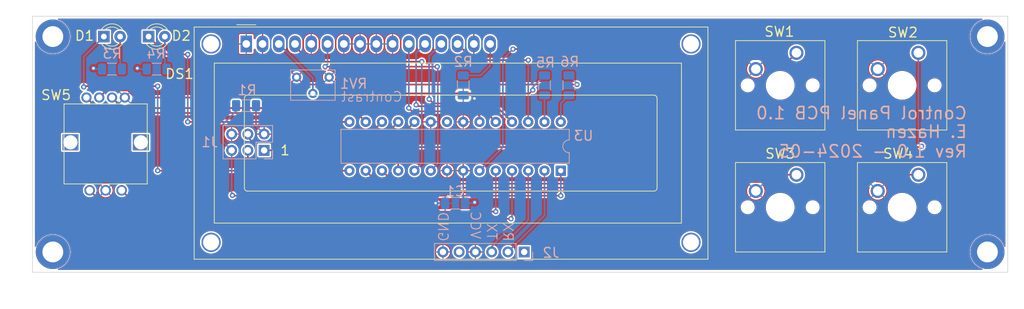
<source format=kicad_pcb>
(kicad_pcb (version 20240108) (generator "pcbnew") (generator_version "8.0")
  (layers (0 "F.Cu" signal) (31 "B.Cu" signal) (34 "B.Paste" user) (35 "F.Paste" user) (36 "B.SilkS" user "B.Silkscreen") (37 "F.SilkS" user "F.Silkscreen") (38 "B.Mask" user) (39 "F.Mask" user) (44 "Edge.Cuts" user))
  (net 0 "")
  (net 1 "VCC")
  (net 2 "GND")
  (net 3 "Net-(D1-K)")
  (net 4 "Net-(D1-A)")
  (net 5 "Net-(D2-A)")
  (net 6 "Net-(D2-K)")
  (net 7 "Net-(DS1-K)")
  (net 8 "/D2")
  (net 9 "/RS")
  (net 10 "/D3")
  (net 11 "/D1")
  (net 12 "Net-(DS1-VO)")
  (net 13 "/EN")
  (net 14 "/D0")
  (net 15 "/SCK")
  (net 16 "/MISO")
  (net 17 "/MOSI")
  (net 18 "/nRST")
  (net 19 "Net-(SW5-RED)")
  (net 20 "/ENC_RED")
  (net 21 "/ENC_GRN")
  (net 22 "Net-(SW5-GREEN)")
  (net 23 "/SW0")
  (net 24 "/SW1")
  (net 25 "/SW2")
  (net 26 "/SW3")
  (net 27 "/ENC_SW")
  (net 28 "/ENC_A")
  (net 29 "/ENC_B")
  (net 30 "/TXD")
  (net 31 "/RXD")
  (net 33 "/nCTS")
  (net 34 "/nDTR")
  (footprint "my_mtg_hole:mtg_hole_4-40" (layer "F.Cu") (at 78.105 86.36)
    (property "Reference" "H2" (hide yes))
    (property "Value" "MountingHole")
    (pad "1" thru_hole circle (at 0 0) (size 5.334 5.334) (drill 3.2512) (layers "*.Cu" "*.Mask"))
  )
  (footprint "my_mtg_hole:mtg_hole_4-40" (layer "F.Cu") (at 224.155 86.36)
    (property "Reference" "H4" (hide yes))
    (property "Value" "MountingHole")
    (pad "1" thru_hole circle (at 0 0) (size 5.334 5.334) (drill 3.2512) (layers "*.Cu" "*.Mask"))
  )
  (footprint "my_cherry:SW_Cherry_MX_1.00u_PCB" (layer "F.Cu") (at 213.36 55.245)
    (property "Reference" "SW2" (at -2.413 -3.175 0) (layer "F.SilkS") (effects (font (size 1.524 1.524) (thickness 0.2032))))
    (property "Value" "SW_Push")
    (fp_line (start -9.525 -1.905) (end 4.445 -1.905) (stroke (width 0.12)) (layer "F.SilkS"))
    (fp_line (start -9.525 12.065) (end -9.525 -1.905) (stroke (width 0.12)) (layer "F.SilkS"))
    (fp_line (start 4.445 -1.905) (end 4.445 12.065) (stroke (width 0.12)) (layer "F.SilkS"))
    (fp_line (start 4.445 12.065) (end -9.525 12.065) (stroke (width 0.12)) (layer "F.SilkS"))
    (pad "" np_thru_hole circle (at -7.62 5.08) (size 1.7 1.7) (drill 1.7) (layers "*.Cu" "*.Mask"))
    (pad "" np_thru_hole circle (at -2.54 5.08) (size 4 4) (drill 4) (layers "*.Cu" "*.Mask"))
    (pad "" np_thru_hole circle (at 2.54 5.08) (size 1.7 1.7) (drill 1.7) (layers "*.Cu" "*.Mask"))
    (pad "1" thru_hole circle (at 0 0) (size 2.2 2.2) (drill 1.5) (layers "*.Cu" "*.Mask") (net 24 "/SW1"))
    (pad "2" thru_hole circle (at -6.35 2.54) (size 2.2 2.2) (drill 1.5) (layers "*.Cu" "*.Mask") (net 2 "GND"))
  )
  (footprint "my_footprints:rotary-RG-3D" (layer "F.Cu") (at 89.36 62.23)
    (property "Reference" "SW5" (at -10.747 -0.381 0) (layer "F.SilkS") (effects (font (size 1.524 1.524) (thickness 0.2032))))
    (property "Value" "COM-15140")
    (fp_line (start -9.5 1) (end 3.5 1) (stroke (width 0.12)) (layer "F.SilkS"))
    (fp_line (start -9.5 13.5) (end -9.5 1) (stroke (width 0.12)) (layer "F.SilkS"))
    (fp_line (start 3.5 1) (end 3.5 13.5) (stroke (width 0.12)) (layer "F.SilkS"))
    (fp_line (start 3.5 13.5) (end -9.5 13.5) (stroke (width 0.12)) (layer "F.SilkS"))
    (pad "1" thru_hole circle (at 0 0) (size 1.6 1.6) (drill 1) (layers "*.Cu" "*.Mask") (net 2 "GND"))
    (pad "2" thru_hole circle (at -2 0) (size 1.6 1.6) (drill 1) (layers "*.Cu" "*.Mask") (net 19 "Net-(SW5-RED)"))
    (pad "3" thru_hole circle (at -4 0) (size 1.6 1.6) (drill 1) (layers "*.Cu" "*.Mask") (net 22 "Net-(SW5-GREEN)"))
    (pad "4" thru_hole circle (at -6 0) (size 1.6 1.6) (drill 1) (layers "*.Cu" "*.Mask") (net 27 "/ENC_SW"))
    (pad "A" thru_hole circle (at -5.5 14.5) (size 1.65 1.65) (drill 1.1) (layers "*.Cu" "*.Mask") (net 28 "/ENC_A"))
    (pad "B" thru_hole circle (at -0.5 14.5) (size 1.65 1.65) (drill 1.1) (layers "*.Cu" "*.Mask") (net 29 "/ENC_B"))
    (pad "C" thru_hole circle (at -3 14.5) (size 1.65 1.65) (drill 1.1) (layers "*.Cu" "*.Mask") (net 2 "GND"))
    (pad "X" thru_hole rect (at -8.5 7) (size 2.5 2.5) (drill 2.2) (layers "*.Cu" "*.Mask"))
    (pad "Y" thru_hole rect (at 2.5 7) (size 2.5 2.5) (drill 2.2) (layers "*.Cu" "*.Mask"))
  )
  (footprint "my_cherry:SW_Cherry_MX_1.00u_PCB" (layer "F.Cu") (at 194.31 55.245)
    (property "Reference" "SW1" (at -2.667 -3.302 0) (layer "F.SilkS") (effects (font (size 1.524 1.524) (thickness 0.2032))))
    (property "Value" "SW_Push")
    (fp_line (start -9.525 -1.905) (end 4.445 -1.905) (stroke (width 0.12)) (layer "F.SilkS"))
    (fp_line (start -9.525 12.065) (end -9.525 -1.905) (stroke (width 0.12)) (layer "F.SilkS"))
    (fp_line (start 4.445 -1.905) (end 4.445 12.065) (stroke (width 0.12)) (layer "F.SilkS"))
    (fp_line (start 4.445 12.065) (end -9.525 12.065) (stroke (width 0.12)) (layer "F.SilkS"))
    (pad "" np_thru_hole circle (at -7.62 5.08) (size 1.7 1.7) (drill 1.7) (layers "*.Cu" "*.Mask"))
    (pad "" np_thru_hole circle (at -2.54 5.08) (size 4 4) (drill 4) (layers "*.Cu" "*.Mask"))
    (pad "" np_thru_hole circle (at 2.54 5.08) (size 1.7 1.7) (drill 1.7) (layers "*.Cu" "*.Mask"))
    (pad "1" thru_hole circle (at 0 0) (size 2.2 2.2) (drill 1.5) (layers "*.Cu" "*.Mask") (net 23 "/SW0"))
    (pad "2" thru_hole circle (at -6.35 2.54) (size 2.2 2.2) (drill 1.5) (layers "*.Cu" "*.Mask") (net 2 "GND"))
  )
  (footprint "my_cherry:SW_Cherry_MX_1.00u_PCB" (layer "F.Cu") (at 194.31 74.295)
    (property "Reference" "SW3" (at -2.54 -3.302 0) (layer "F.SilkS") (effects (font (size 1.524 1.524) (thickness 0.2032))))
    (property "Value" "SW_Push")
    (fp_line (start -9.525 -1.905) (end 4.445 -1.905) (stroke (width 0.12)) (layer "F.SilkS"))
    (fp_line (start -9.525 12.065) (end -9.525 -1.905) (stroke (width 0.12)) (layer "F.SilkS"))
    (fp_line (start 4.445 -1.905) (end 4.445 12.065) (stroke (width 0.12)) (layer "F.SilkS"))
    (fp_line (start 4.445 12.065) (end -9.525 12.065) (stroke (width 0.12)) (layer "F.SilkS"))
    (pad "" np_thru_hole circle (at -7.62 5.08) (size 1.7 1.7) (drill 1.7) (layers "*.Cu" "*.Mask"))
    (pad "" np_thru_hole circle (at -2.54 5.08) (size 4 4) (drill 4) (layers "*.Cu" "*.Mask"))
    (pad "" np_thru_hole circle (at 2.54 5.08) (size 1.7 1.7) (drill 1.7) (layers "*.Cu" "*.Mask"))
    (pad "1" thru_hole circle (at 0 0) (size 2.2 2.2) (drill 1.5) (layers "*.Cu" "*.Mask") (net 25 "/SW2"))
    (pad "2" thru_hole circle (at -6.35 2.54) (size 2.2 2.2) (drill 1.5) (layers "*.Cu" "*.Mask") (net 2 "GND"))
  )
  (footprint "my_mtg_hole:mtg_hole_4-40" (layer "F.Cu") (at 224.155 52.705)
    (property "Reference" "H3" (hide yes))
    (property "Value" "MountingHole")
    (pad "1" thru_hole circle (at 0 0) (size 5.334 5.334) (drill 3.2512) (layers "*.Cu" "*.Mask"))
  )
  (footprint "LED_THT:LED_D3.0mm" (layer "F.Cu") (at 86.08 52.705)
    (property "Reference" "D1" (at -3.022 -0.127 0) (layer "F.SilkS") (effects (font (size 1.524 1.524) (thickness 0.2032))))
    (property "Value" "LED")
    (fp_line (start -0.29 -1.236) (end -0.29 -1.08) (stroke (width 0.12)) (layer "F.SilkS"))
    (fp_line (start -0.29 1.08) (end -0.29 1.236) (stroke (width 0.12)) (layer "F.SilkS"))
    (fp_arc (start -0.29 -1.235516) (mid 1.366487 -1.987659) (end 2.942335 -1.078608) (stroke (width 0.12)) (layer "F.SilkS"))
    (fp_arc (start 0.229039 -1.08) (mid 1.270117 -1.5) (end 2.31113 -1.079837) (stroke (width 0.12)) (layer "F.SilkS"))
    (fp_arc (start 2.31113 1.079837) (mid 1.270117 1.5) (end 0.229039 1.08) (stroke (width 0.12)) (layer "F.SilkS"))
    (fp_arc (start 2.942335 1.078608) (mid 1.366487 1.987659) (end -0.29 1.235516) (stroke (width 0.12)) (layer "F.SilkS"))
    (pad "1" thru_hole rect (at 0 0) (size 1.8 1.8) (drill 0.9) (layers "*.Cu" "*.Mask") (net 3 "Net-(D1-K)"))
    (pad "2" thru_hole circle (at 2.54 0) (size 1.8 1.8) (drill 0.9) (layers "*.Cu" "*.Mask") (net 4 "Net-(D1-A)"))
  )
  (footprint "my_mtg_hole:mtg_hole_4-40" (layer "F.Cu") (at 78.105 52.705)
    (property "Reference" "H1" (hide yes))
    (property "Value" "MountingHole")
    (pad "1" thru_hole circle (at 0 0) (size 5.334 5.334) (drill 3.2512) (layers "*.Cu" "*.Mask"))
  )
  (footprint "my_cherry:SW_Cherry_MX_1.00u_PCB" (layer "F.Cu") (at 213.36 74.295)
    (property "Reference" "SW4" (at -3.175 -3.302 0) (layer "F.SilkS") (effects (font (size 1.524 1.524) (thickness 0.2032))))
    (property "Value" "SW_Push")
    (fp_line (start -9.525 -1.905) (end 4.445 -1.905) (stroke (width 0.12)) (layer "F.SilkS"))
    (fp_line (start -9.525 12.065) (end -9.525 -1.905) (stroke (width 0.12)) (layer "F.SilkS"))
    (fp_line (start 4.445 -1.905) (end 4.445 12.065) (stroke (width 0.12)) (layer "F.SilkS"))
    (fp_line (start 4.445 12.065) (end -9.525 12.065) (stroke (width 0.12)) (layer "F.SilkS"))
    (pad "" np_thru_hole circle (at -7.62 5.08) (size 1.7 1.7) (drill 1.7) (layers "*.Cu" "*.Mask"))
    (pad "" np_thru_hole circle (at -2.54 5.08) (size 4 4) (drill 4) (layers "*.Cu" "*.Mask"))
    (pad "" np_thru_hole circle (at 2.54 5.08) (size 1.7 1.7) (drill 1.7) (layers "*.Cu" "*.Mask"))
    (pad "1" thru_hole circle (at 0 0) (size 2.2 2.2) (drill 1.5) (layers "*.Cu" "*.Mask") (net 26 "/SW3"))
    (pad "2" thru_hole circle (at -6.35 2.54) (size 2.2 2.2) (drill 1.5) (layers "*.Cu" "*.Mask") (net 2 "GND"))
  )
  (footprint "Display:WC1602A" (layer "F.Cu") (at 108.335 53.8575)
    (property "Reference" "DS1" (at -10.418 4.6895 0) (layer "F.SilkS") (effects (font (size 1.524 1.524) (thickness 0.2032))))
    (property "Value" "RC1602A")
    (fp_line (start -8.14 -2.64) (end -8.14 33.64) (stroke (width 0.12)) (layer "F.SilkS"))
    (fp_line (start -8.14 33.64) (end 72.14 33.64) (stroke (width 0.12)) (layer "F.SilkS"))
    (fp_line (start -8.13 -2.64) (end -7.34 -2.64) (stroke (width 0.12)) (layer "F.SilkS"))
    (fp_line (start -5 3) (end 68 3) (stroke (width 0.12)) (layer "F.SilkS"))
    (fp_line (start -5 28) (end -5 3) (stroke (width 0.12)) (layer "F.SilkS"))
    (fp_line (start -1.5 -3) (end 1.5 -3) (stroke (width 0.12)) (layer "F.SilkS"))
    (fp_line (start -0.29972 22.49932) (end -0.29972 8.5) (stroke (width 0.12)) (layer "F.SilkS"))
    (fp_line (start 0.2 8) (end 63.7 8) (stroke (width 0.12)) (layer "F.SilkS"))
    (fp_line (start 63.70066 23) (end 0.2 23) (stroke (width 0.12)) (layer "F.SilkS"))
    (fp_line (start 64.2 8.5) (end 64.2 22.5) (stroke (width 0.12)) (layer "F.SilkS"))
    (fp_line (start 68 3) (end 68 28) (stroke (width 0.12)) (layer "F.SilkS"))
    (fp_line (start 68 28) (end -5 28) (stroke (width 0.12)) (layer "F.SilkS"))
    (fp_line (start 72.14 -2.64) (end -7.34 -2.64) (stroke (width 0.12)) (layer "F.SilkS"))
    (fp_line (start 72.14 33.64) (end 72.14 -2.64) (stroke (width 0.12)) (layer "F.SilkS"))
    (fp_arc (start -0.29972 8.49884) (mid -0.153162 8.145018) (end 0.20066 7.99846) (stroke (width 0.12)) (layer "F.SilkS"))
    (fp_arc (start 0.20066 22.9997) (mid -0.153162 22.853142) (end -0.29972 22.49932) (stroke (width 0.12)) (layer "F.SilkS"))
    (fp_arc (start 63.7 8) (mid 64.053553 8.146447) (end 64.2 8.5) (stroke (width 0.12)) (layer "F.SilkS"))
    (fp_arc (start 64.20104 22.49932) (mid 64.054473 22.853115) (end 63.70066 22.9997) (stroke (width 0.12)) (layer "F.SilkS"))
    (pad "" thru_hole circle (at -5.4991 0) (size 3 3) (drill 2.5) (layers "*.Cu" "*.Mask"))
    (pad "" thru_hole circle (at -5.4991 31.0007) (size 3 3) (drill 2.5) (layers "*.Cu" "*.Mask"))
    (pad "" thru_hole circle (at 69.49948 31.0007) (size 3 3) (drill 2.5) (layers "*.Cu" "*.Mask"))
    (pad "" thru_hole circle (at 69.5 0) (size 3 3) (drill 2.5) (layers "*.Cu" "*.Mask"))
    (pad "1" thru_hole rect (at 0 0) (size 1.8 2.6) (drill 1.2) (layers "*.Cu" "*.Mask") (net 2 "GND"))
    (pad "2" thru_hole oval (at 2.54 0) (size 1.8 2.6) (drill 1.2) (layers "*.Cu" "*.Mask") (net 1 "VCC"))
    (pad "3" thru_hole oval (at 5.08 0) (size 1.8 2.6) (drill 1.2) (layers "*.Cu" "*.Mask") (net 12 "Net-(DS1-VO)"))
    (pad "4" thru_hole oval (at 7.62 0) (size 1.8 2.6) (drill 1.2) (layers "*.Cu" "*.Mask") (net 9 "/RS"))
    (pad "5" thru_hole oval (at 10.16 0) (size 1.8 2.6) (drill 1.2) (layers "*.Cu" "*.Mask") (net 2 "GND"))
    (pad "6" thru_hole oval (at 12.7 0) (size 1.8 2.6) (drill 1.2) (layers "*.Cu" "*.Mask") (net 13 "/EN"))
    (pad "7" thru_hole oval (at 15.24 0) (size 1.8 2.6) (drill 1.2) (layers "*.Cu" "*.Mask") (net 2 "GND"))
    (pad "8" thru_hole oval (at 17.78 0) (size 1.8 2.6) (drill 1.2) (layers "*.Cu" "*.Mask") (net 2 "GND"))
    (pad "9" thru_hole oval (at 20.32 0) (size 1.8 2.6) (drill 1.2) (layers "*.Cu" "*.Mask") (net 2 "GND"))
    (pad "10" thru_hole oval (at 22.86 0) (size 1.8 2.6) (drill 1.2) (layers "*.Cu" "*.Mask") (net 2 "GND"))
    (pad "11" thru_hole oval (at 25.4 0) (size 1.8 2.6) (drill 1.2) (layers "*.Cu" "*.Mask") (net 14 "/D0"))
    (pad "12" thru_hole oval (at 27.94 0) (size 1.8 2.6) (drill 1.2) (layers "*.Cu" "*.Mask") (net 11 "/D1"))
    (pad "13" thru_hole oval (at 30.48 0) (size 1.8 2.6) (drill 1.2) (layers "*.Cu" "*.Mask") (net 8 "/D2"))
    (pad "14" thru_hole oval (at 33.02 0) (size 1.8 2.6) (drill 1.2) (layers "*.Cu" "*.Mask") (net 10 "/D3"))
    (pad "15" thru_hole oval (at 35.56 0) (size 1.8 2.6) (drill 1.2) (layers "*.Cu" "*.Mask") (net 1 "VCC"))
    (pad "16" thru_hole oval (at 38.1 0) (size 1.8 2.6) (drill 1.2) (layers "*.Cu" "*.Mask") (net 7 "Net-(DS1-K)"))
  )
  (footprint "LED_THT:LED_D3.0mm" (layer "F.Cu") (at 93.07 52.705)
    (property "Reference" "D2" (at 5.101 -0.127 0) (layer "F.SilkS") (effects (font (size 1.524 1.524) (thickness 0.2032))))
    (property "Value" "LED")
    (fp_line (start -0.29 -1.236) (end -0.29 -1.08) (stroke (width 0.12)) (layer "F.SilkS"))
    (fp_line (start -0.29 1.08) (end -0.29 1.236) (stroke (width 0.12)) (layer "F.SilkS"))
    (fp_arc (start -0.29 -1.235516) (mid 1.366487 -1.987659) (end 2.942335 -1.078608) (stroke (width 0.12)) (layer "F.SilkS"))
    (fp_arc (start 0.229039 -1.08) (mid 1.270117 -1.5) (end 2.31113 -1.079837) (stroke (width 0.12)) (layer "F.SilkS"))
    (fp_arc (start 2.31113 1.079837) (mid 1.270117 1.5) (end 0.229039 1.08) (stroke (width 0.12)) (layer "F.SilkS"))
    (fp_arc (start 2.942335 1.078608) (mid 1.366487 1.987659) (end -0.29 1.235516) (stroke (width 0.12)) (layer "F.SilkS"))
    (pad "1" thru_hole rect (at 0 0) (size 1.8 1.8) (drill 0.9) (layers "*.Cu" "*.Mask") (net 6 "Net-(D2-K)"))
    (pad "2" thru_hole circle (at 2.54 0) (size 1.8 1.8) (drill 0.9) (layers "*.Cu" "*.Mask") (net 5 "Net-(D2-A)"))
  )
  (footprint "Potentiometer_THT:Potentiometer_Bourns_3266W_Vertical" (layer "B.Cu") (at 116.205 59.055 180)
    (property "Reference" "RV1" (at -8.89 -1.016 180) (layer "B.SilkS") (effects (font (size 1.524 1.524) (thickness 0.2032)) (justify mirror)))
    (property "Value" "10k")
    (fp_line (start 0.935 1.14) (end -6.015 1.14) (stroke (width 0.12)) (layer "B.SilkS"))
    (fp_line (start 0.935 0.495) (end 0.935 1.14) (stroke (width 0.12)) (layer "B.SilkS"))
    (fp_line (start 0.935 -3.6) (end 0.935 -0.495) (stroke (width 0.12)) (layer "B.SilkS"))
    (fp_line (start 0.935 -3.6) (end -6.015 -3.6) (stroke (width 0.12)) (layer "B.SilkS"))
    (fp_line (start -6.015 0.495) (end -6.015 1.14) (stroke (width 0.12)) (layer "B.SilkS"))
    (fp_line (start -6.015 -3.6) (end -6.015 -0.495) (stroke (width 0.12)) (layer "B.SilkS"))
    (pad "1" thru_hole circle (at 0 0 180) (size 1.44 1.44) (drill 0.8) (layers "*.Cu" "*.Mask") (net 1 "VCC"))
    (pad "2" thru_hole circle (at -2.54 -2.54 180) (size 1.44 1.44) (drill 0.8) (layers "*.Cu" "*.Mask") (net 12 "Net-(DS1-VO)"))
    (pad "3" thru_hole circle (at -5.08 0 180) (size 1.44 1.44) (drill 0.8) (layers "*.Cu" "*.Mask") (net 2 "GND"))
  )
  (footprint "Resistor_SMD:R_1206_3216Metric_Pad1.30x1.75mm_HandSolder" (layer "B.Cu") (at 108.305 63.5 180)
    (property "Reference" "R1" (at -0.153 2.413 180) (layer "B.SilkS") (effects (font (size 1.524 1.524) (thickness 0.2032)) (justify mirror)))
    (property "Value" "10k")
    (fp_line (start 0.727064 0.91) (end -0.727064 0.91) (stroke (width 0.12)) (layer "B.SilkS"))
    (fp_line (start 0.727064 -0.91) (end -0.727064 -0.91) (stroke (width 0.12)) (layer "B.SilkS"))
    (pad "1" smd roundrect (at -1.55 0 180) (size 1.3 1.75) (layers "B.Cu" "B.Paste" "B.Mask") (roundrect_rratio 0.192308) (net 1 "VCC"))
    (pad "2" smd roundrect (at 1.55 0 180) (size 1.3 1.75) (layers "B.Cu" "B.Paste" "B.Mask") (roundrect_rratio 0.192308) (net 18 "/nRST"))
  )
  (footprint "Connector_PinHeader_2.54mm:PinHeader_1x06_P2.54mm_Vertical" (layer "B.Cu") (at 151.765 86.36 90)
    (property "Reference" "J2" (at -0.127 4.191 180) (layer "B.SilkS") (effects (font (size 1.524 1.524) (thickness 0.2032)) (justify mirror)))
    (property "Value" "Conn_01x06")
    (fp_line (start 1.33 -14.03) (end -1.33 -14.03) (stroke (width 0.12)) (layer "B.SilkS"))
    (fp_line (start 1.33 -14.03) (end 1.33 -1.27) (stroke (width 0.12)) (layer "B.SilkS"))
    (fp_line (start -1.33 -14.03) (end -1.33 -1.27) (stroke (width 0.12)) (layer "B.SilkS"))
    (fp_line (start 1.33 -1.27) (end -1.33 -1.27) (stroke (width 0.12)) (layer "B.SilkS"))
    (fp_line (start 0 1.33) (end -1.33 1.33) (stroke (width 0.12)) (layer "B.SilkS"))
    (fp_line (start -1.33 1.33) (end -1.33 0) (stroke (width 0.12)) (layer "B.SilkS"))
    (pad "1" thru_hole rect (at 0 0 90) (size 1.7 1.7) (drill 1) (layers "*.Cu" "*.Mask") (net 34 "/nDTR"))
    (pad "2" thru_hole oval (at 0 -2.54 90) (size 1.7 1.7) (drill 1) (layers "*.Cu" "*.Mask") (net 31 "/RXD"))
    (pad "3" thru_hole oval (at 0 -5.08 90) (size 1.7 1.7) (drill 1) (layers "*.Cu" "*.Mask") (net 30 "/TXD"))
    (pad "4" thru_hole oval (at 0 -7.62 90) (size 1.7 1.7) (drill 1) (layers "*.Cu" "*.Mask") (net 1 "VCC"))
    (pad "5" thru_hole oval (at 0 -10.16 90) (size 1.7 1.7) (drill 1) (layers "*.Cu" "*.Mask") (net 33 "/nCTS"))
    (pad "6" thru_hole oval (at 0 -12.7 90) (size 1.7 1.7) (drill 1) (layers "*.Cu" "*.Mask") (net 2 "GND"))
  )
  (footprint "Resistor_SMD:R_1206_3216Metric_Pad1.30x1.75mm_HandSolder" (layer "B.Cu") (at 94.335 57.785)
    (property "Reference" "R4" (at -0.101 -2.413 0) (layer "B.SilkS") (effects (font (size 1.524 1.524) (thickness 0.2032)) (justify mirror)))
    (property "Value" "470")
    (fp_line (start 0.727064 -0.91) (end -0.727064 -0.91) (stroke (width 0.12)) (layer "B.SilkS"))
    (fp_line (start 0.727064 0.91) (end -0.727064 0.91) (stroke (width 0.12)) (layer "B.SilkS"))
    (pad "1" smd roundrect (at -1.55 0) (size 1.3 1.75) (layers "B.Cu" "B.Paste" "B.Mask") (roundrect_rratio 0.192308) (net 1 "VCC"))
    (pad "2" smd roundrect (at 1.55 0) (size 1.3 1.75) (layers "B.Cu" "B.Paste" "B.Mask") (roundrect_rratio 0.192308) (net 5 "Net-(D2-A)"))
  )
  (footprint "Resistor_SMD:R_1206_3216Metric_Pad1.30x1.75mm_HandSolder" (layer "B.Cu") (at 87.35 57.785)
    (property "Reference" "R3" (at 0.026 -2.413 0) (layer "B.SilkS") (effects (font (size 1.524 1.524) (thickness 0.2032)) (justify mirror)))
    (property "Value" "470")
    (fp_line (start 0.727064 -0.91) (end -0.727064 -0.91) (stroke (width 0.12)) (layer "B.SilkS"))
    (fp_line (start 0.727064 0.91) (end -0.727064 0.91) (stroke (width 0.12)) (layer "B.SilkS"))
    (pad "1" smd roundrect (at -1.55 0) (size 1.3 1.75) (layers "B.Cu" "B.Paste" "B.Mask") (roundrect_rratio 0.192308) (net 1 "VCC"))
    (pad "2" smd roundrect (at 1.55 0) (size 1.3 1.75) (layers "B.Cu" "B.Paste" "B.Mask") (roundrect_rratio 0.192308) (net 4 "Net-(D1-A)"))
  )
  (footprint "Connector_PinHeader_2.54mm:PinHeader_2x03_P2.54mm_Vertical" (layer "B.Cu") (at 111.125 70.485 90)
    (property "Reference" "J1" (at 1.27 -8.509 180) (layer "B.SilkS") (effects (font (size 1.524 1.524) (thickness 0.2032)) (justify mirror)))
    (property "Value" "Conn_02x03_Odd_Even")
    (fp_line (start 3.87 -6.41) (end -1.33 -6.41) (stroke (width 0.12)) (layer "B.SilkS"))
    (fp_line (start 3.87 -6.41) (end 3.87 1.33) (stroke (width 0.12)) (layer "B.SilkS"))
    (fp_line (start -1.33 -6.41) (end -1.33 -1.27) (stroke (width 0.12)) (layer "B.SilkS"))
    (fp_line (start 1.27 -1.27) (end -1.33 -1.27) (stroke (width 0.12)) (layer "B.SilkS"))
    (fp_line (start 3.87 1.33) (end 1.27 1.33) (stroke (width 0.12)) (layer "B.SilkS"))
    (fp_line (start 1.27 1.33) (end 1.27 -1.27) (stroke (width 0.12)) (layer "B.SilkS"))
    (fp_line (start 0 1.33) (end -1.33 1.33) (stroke (width 0.12)) (layer "B.SilkS"))
    (fp_line (start -1.33 1.33) (end -1.33 0) (stroke (width 0.12)) (layer "B.SilkS"))
    (pad "1" thru_hole rect (at 0 0 90) (size 1.7 1.7) (drill 1) (layers "*.Cu" "*.Mask") (net 16 "/MISO"))
    (pad "2" thru_hole oval (at 2.54 0 90) (size 1.7 1.7) (drill 1) (layers "*.Cu" "*.Mask") (net 1 "VCC"))
    (pad "3" thru_hole oval (at 0 -2.54 90) (size 1.7 1.7) (drill 1) (layers "*.Cu" "*.Mask") (net 15 "/SCK"))
    (pad "4" thru_hole oval (at 2.54 -2.54 90) (size 1.7 1.7) (drill 1) (layers "*.Cu" "*.Mask") (net 17 "/MOSI"))
    (pad "5" thru_hole oval (at 0 -5.08 90) (size 1.7 1.7) (drill 1) (layers "*.Cu" "*.Mask") (net 18 "/nRST"))
    (pad "6" thru_hole oval (at 2.54 -5.08 90) (size 1.7 1.7) (drill 1) (layers "*.Cu" "*.Mask") (net 2 "GND"))
  )
  (footprint "Resistor_SMD:R_1206_3216Metric_Pad1.30x1.75mm_HandSolder" (layer "B.Cu") (at 158.75 60.325 -90)
    (property "Reference" "R6" (at -3.683 -0.127 180) (layer "B.SilkS") (effects (font (size 1.524 1.524) (thickness 0.2032)) (justify mirror)))
    (property "Value" "470")
    (fp_line (start 0.727064 0.91) (end -0.727064 0.91) (stroke (width 0.12)) (layer "B.SilkS"))
    (fp_line (start 0.727064 -0.91) (end -0.727064 -0.91) (stroke (width 0.12)) (layer "B.SilkS"))
    (pad "1" smd roundrect (at -1.55 0 270) (size 1.3 1.75) (layers "B.Cu" "B.Paste" "B.Mask") (roundrect_rratio 0.192308) (net 22 "Net-(SW5-GREEN)"))
    (pad "2" smd roundrect (at 1.55 0 270) (size 1.3 1.75) (layers "B.Cu" "B.Paste" "B.Mask") (roundrect_rratio 0.192308) (net 21 "/ENC_GRN"))
  )
  (footprint "Capacitor_SMD:C_1206_3216Metric_Pad1.33x1.80mm_HandSolder" (layer "B.Cu") (at 140.97 78.74 180)
    (property "Reference" "C1" (at 0 1.85 180) (layer "B.SilkS") (effects (font (size 1.524 1.524) (thickness 0.2032)) (justify mirror)))
    (property "Value" "0.1uF")
    (fp_line (start 0.711252 0.91) (end -0.711252 0.91) (stroke (width 0.12)) (layer "B.SilkS"))
    (fp_line (start 0.711252 -0.91) (end -0.711252 -0.91) (stroke (width 0.12)) (layer "B.SilkS"))
    (pad "1" smd roundrect (at -1.5625 0 180) (size 1.325 1.8) (layers "B.Cu" "B.Paste" "B.Mask") (roundrect_rratio 0.188679) (net 1 "VCC"))
    (pad "2" smd roundrect (at 1.5625 0 180) (size 1.325 1.8) (layers "B.Cu" "B.Paste" "B.Mask") (roundrect_rratio 0.188679) (net 2 "GND"))
  )
  (footprint "Resistor_SMD:R_1206_3216Metric_Pad1.30x1.75mm_HandSolder" (layer "B.Cu") (at 154.94 60.325 -90)
    (property "Reference" "R5" (at -3.556 -0.127 180) (layer "B.SilkS") (effects (font (size 1.524 1.524) (thickness 0.2032)) (justify mirror)))
    (property "Value" "470")
    (fp_line (start 0.727064 0.91) (end -0.727064 0.91) (stroke (width 0.12)) (layer "B.SilkS"))
    (fp_line (start 0.727064 -0.91) (end -0.727064 -0.91) (stroke (width 0.12)) (layer "B.SilkS"))
    (pad "1" smd roundrect (at -1.55 0 270) (size 1.3 1.75) (layers "B.Cu" "B.Paste" "B.Mask") (roundrect_rratio 0.192308) (net 19 "Net-(SW5-RED)"))
    (pad "2" smd roundrect (at 1.55 0 270) (size 1.3 1.75) (layers "B.Cu" "B.Paste" "B.Mask") (roundrect_rratio 0.192308) (net 20 "/ENC_RED"))
  )
  (footprint "Resistor_SMD:R_1206_3216Metric_Pad1.30x1.75mm_HandSolder" (layer "B.Cu") (at 142.24 60.325 -90)
    (property "Reference" "R2" (at -3.683 0 0) (layer "B.SilkS") (effects (font (size 1.524 1.524) (thickness 0.2032)) (justify mirror)))
    (property "Value" "470")
    (fp_line (start 0.727064 0.91) (end -0.727064 0.91) (stroke (width 0.12)) (layer "B.SilkS"))
    (fp_line (start 0.727064 -0.91) (end -0.727064 -0.91) (stroke (width 0.12)) (layer "B.SilkS"))
    (pad "1" smd roundrect (at -1.55 0 270) (size 1.3 1.75) (layers "B.Cu" "B.Paste" "B.Mask") (roundrect_rratio 0.192308) (net 7 "Net-(DS1-K)"))
    (pad "2" smd roundrect (at 1.55 0 270) (size 1.3 1.75) (layers "B.Cu" "B.Paste" "B.Mask") (roundrect_rratio 0.192308) (net 2 "GND"))
  )
  (footprint "Package_DIP:DIP-28_W7.62mm" (layer "B.Cu") (at 157.48 73.66 90)
    (property "Reference" "U3" (at 5.461 3.556 180) (layer "B.SilkS") (effects (font (size 1.524 1.524) (thickness 0.2032)) (justify mirror)))
    (property "Value" "ATmega328-P")
    (fp_line (start 6.46 -34.35) (end 1.16 -34.35) (stroke (width 0.12)) (layer "B.SilkS"))
    (fp_line (start 1.16 -34.35) (end 1.16 1.33) (stroke (width 0.12)) (layer "B.SilkS"))
    (fp_line (start 6.46 1.33) (end 6.46 -34.35) (stroke (width 0.12)) (layer "B.SilkS"))
    (fp_line (start 4.81 1.33) (end 6.46 1.33) (stroke (width 0.12)) (layer "B.SilkS"))
    (fp_line (start 1.16 1.33) (end 2.81 1.33) (stroke (width 0.12)) (layer "B.SilkS"))
    (fp_arc (start 2.81 1.33) (mid 3.81 0.33) (end 4.81 1.33) (stroke (width 0.12)) (layer "B.SilkS"))
    (pad "1" thru_hole rect (at 0 0 90) (size 1.6 1.6) (drill 0.8) (layers "*.Cu" "*.Mask") (net 18 "/nRST"))
    (pad "2" thru_hole oval (at 0 -2.54 90) (size 1.6 1.6) (drill 0.8) (layers "*.Cu" "*.Mask") (net 31 "/RXD"))
    (pad "3" thru_hole oval (at 0 -5.08 90) (size 1.6 1.6) (drill 0.8) (layers "*.Cu" "*.Mask") (net 30 "/TXD"))
    (pad "4" thru_hole oval (at 0 -7.62 90) (size 1.6 1.6) (drill 0.8) (layers "*.Cu" "*.Mask") (net 28 "/ENC_A"))
    (pad "5" thru_hole oval (at 0 -10.16 90) (size 1.6 1.6) (drill 0.8) (layers "*.Cu" "*.Mask") (net 29 "/ENC_B"))
    (pad "6" thru_hole oval (at 0 -12.7 90) (size 1.6 1.6) (drill 0.8) (layers "*.Cu" "*.Mask") (net 23 "/SW0"))
    (pad "7" thru_hole oval (at 0 -15.24 90) (size 1.6 1.6) (drill 0.8) (layers "*.Cu" "*.Mask") (net 1 "VCC"))
    (pad "8" thru_hole oval (at 0 -17.78 90) (size 1.6 1.6) (drill 0.8) (layers "*.Cu" "*.Mask") (net 2 "GND"))
    (pad "9" thru_hole oval (at 0 -20.32 90) (size 1.6 1.6) (drill 0.8) (layers "*.Cu" "*.Mask") (net 13 "/EN"))
    (pad "10" thru_hole oval (at 0 -22.86 90) (size 1.6 1.6) (drill 0.8) (layers "*.Cu" "*.Mask") (net 9 "/RS"))
    (pad "11" thru_hole oval (at 0 -25.4 90) (size 1.6 1.6) (drill 0.8) (layers "*.Cu" "*.Mask") (net 24 "/SW1"))
    (pad "12" thru_hole oval (at 0 -27.94 90) (size 1.6 1.6) (drill 0.8) (layers "*.Cu" "*.Mask") (net 25 "/SW2"))
    (pad "13" thru_hole oval (at 0 -30.48 90) (size 1.6 1.6) (drill 0.8) (layers "*.Cu" "*.Mask") (net 26 "/SW3"))
    (pad "14" thru_hole oval (at 0 -33.02 90) (size 1.6 1.6) (drill 0.8) (layers "*.Cu" "*.Mask") (net 3 "Net-(D1-K)"))
    (pad "15" thru_hole oval (at 7.62 -33.02 90) (size 1.6 1.6) (drill 0.8) (layers "*.Cu" "*.Mask") (net 6 "Net-(D2-K)"))
    (pad "16" thru_hole oval (at 7.62 -30.48 90) (size 1.6 1.6) (drill 0.8) (layers "*.Cu" "*.Mask") (net 27 "/ENC_SW"))
    (pad "17" thru_hole oval (at 7.62 -27.94 90) (size 1.6 1.6) (drill 0.8) (layers "*.Cu" "*.Mask") (net 17 "/MOSI"))
    (pad "18" thru_hole oval (at 7.62 -25.4 90) (size 1.6 1.6) (drill 0.8) (layers "*.Cu" "*.Mask") (net 16 "/MISO"))
    (pad "19" thru_hole oval (at 7.62 -22.86 90) (size 1.6 1.6) (drill 0.8) (layers "*.Cu" "*.Mask") (net 15 "/SCK"))
    (pad "20" thru_hole oval (at 7.62 -20.32 90) (size 1.6 1.6) (drill 0.8) (layers "*.Cu" "*.Mask") (net 1 "VCC"))
    (pad "21" thru_hole oval (at 7.62 -17.78 90) (size 1.6 1.6) (drill 0.8) (layers "*.Cu" "*.Mask"))
    (pad "22" thru_hole oval (at 7.62 -15.24 90) (size 1.6 1.6) (drill 0.8) (layers "*.Cu" "*.Mask") (net 2 "GND"))
    (pad "23" thru_hole oval (at 7.62 -12.7 90) (size 1.6 1.6) (drill 0.8) (layers "*.Cu" "*.Mask") (net 14 "/D0"))
    (pad "24" thru_hole oval (at 7.62 -10.16 90) (size 1.6 1.6) (drill 0.8) (layers "*.Cu" "*.Mask") (net 11 "/D1"))
    (pad "25" thru_hole oval (at 7.62 -7.62 90) (size 1.6 1.6) (drill 0.8) (layers "*.Cu" "*.Mask") (net 8 "/D2"))
    (pad "26" thru_hole oval (at 7.62 -5.08 90) (size 1.6 1.6) (drill 0.8) (layers "*.Cu" "*.Mask") (net 10 "/D3"))
    (pad "27" thru_hole oval (at 7.62 -2.54 90) (size 1.6 1.6) (drill 0.8) (layers "*.Cu" "*.Mask") (net 20 "/ENC_RED"))
    (pad "28" thru_hole oval (at 7.62 0 90) (size 1.6 1.6) (drill 0.8) (layers "*.Cu" "*.Mask") (net 21 "/ENC_GRN"))
  )
  (gr_line (start 74.93 49.53) (end 227.33 49.53) (stroke (width 0.1)) (layer "Edge.Cuts"))
  (gr_line (start 74.93 89.535) (end 74.93 49.53) (stroke (width 0.1)) (layer "Edge.Cuts"))
  (gr_line (start 227.33 49.53) (end 227.33 89.535) (stroke (width 0.1)) (layer "Edge.Cuts"))
  (gr_line (start 227.33 89.535) (end 74.93 89.535) (stroke (width 0.1)) (layer "Edge.Cuts"))
  (gr_text "RX" (at 148.336 84.836 270) (layer "B.SilkS") (effects (font (size 1.524 1.524) (thickness 0.1524)) (justify left bottom mirror)))
  (gr_text "Contrast" (at 132.842 62.992 0) (layer "B.SilkS") (effects (font (size 1.524 1.524) (thickness 0.1524)) (justify left bottom mirror)))
  (gr_text "GND" (at 138.176 84.836 270) (layer "B.SilkS") (effects (font (size 1.524 1.524) (thickness 0.1524)) (justify left bottom mirror)))
  (gr_text "E. Hazen\nRev 1.0 - 2024-05" (at 221.107 71.755 0) (layer "B.SilkS") (effects (font (size 1.905 1.905) (thickness 0.254)) (justify left bottom mirror)))
  (gr_text "Control Panel PCB 1.0" (at 221.107 65.786 0) (layer "B.SilkS") (effects (font (size 1.905 1.905) (thickness 0.254)) (justify left bottom mirror)))
  (gr_text "TX" (at 145.796 84.582 270) (layer "B.SilkS") (effects (font (size 1.524 1.524) (thickness 0.1524)) (justify left bottom mirror)))
  (gr_text "VCC" (at 143.256 84.455 270) (layer "B.SilkS") (effects (font (size 1.524 1.524) (thickness 0.1524)) (justify left bottom mirror)))
  (gr_text "1" (at 113.538 71.374 0) (layer "F.SilkS") (effects (font (size 1.524 1.524) (thickness 0.2032)) (justify left bottom)))
  (via (at 144.018 78.613) (size 0.8128) (drill 0.4064) (layers "F.Cu" "B.Cu") (net 1))
  (via (at 84.455 57.658) (size 0.8128) (drill 0.4064) (layers "F.Cu" "B.Cu") (net 1))
  (via (at 91.313 57.658) (size 0.8128) (drill 0.4064) (layers "F.Cu" "B.Cu") (net 1))
  (segment (start 143.891 78.74) (end 144.018 78.613) (width 0.254) (layer "B.Cu") (net 1))
  (segment (start 142.24 78.4475) (end 142.5325 78.74) (width 0.254) (layer "B.Cu") (net 1))
  (segment (start 142.5325 78.74) (end 143.891 78.74) (width 0.254) (layer "B.Cu") (net 1))
  (segment (start 91.44 57.785) (end 91.313 57.658) (width 0.254) (layer "B.Cu") (net 1))
  (segment (start 84.582 57.785) (end 84.455 57.658) (width 0.254) (layer "B.Cu") (net 1))
  (segment (start 109.855 66.675) (end 111.125 67.945) (width 0.254) (layer "B.Cu") (net 1))
  (segment (start 109.855 63.5) (end 109.855 66.675) (width 0.254) (layer "B.Cu") (net 1))
  (segment (start 92.785 57.785) (end 91.44 57.785) (width 0.254) (layer "B.Cu") (net 1))
  (segment (start 142.24 73.66) (end 142.24 78.4475) (width 0.254) (layer "B.Cu") (net 1))
  (segment (start 85.8 57.785) (end 84.582 57.785) (width 0.254) (layer "B.Cu") (net 1))
  (via (at 143.992 62.3784) (size 0.8128) (drill 0.4064) (layers "F.Cu" "B.Cu") (net 2))
  (via (at 137.922 78.74) (size 0.8128) (drill 0.4064) (layers "F.Cu" "B.Cu") (net 2))
  (segment (start 142.24 61.875) (end 143.4886 61.875) (width 0.254) (layer "B.Cu") (net 2))
  (segment (start 144.018 61.849) (end 144.018 62.3524) (width 0.254) (layer "B.Cu") (net 2))
  (segment (start 144.018 62.3524) (end 143.992 62.3784) (width 0.254) (layer "B.Cu") (net 2))
  (segment (start 139.4075 78.74) (end 137.922 78.74) (width 0.254) (layer "B.Cu") (net 2))
  (segment (start 143.4886 61.875) (end 143.992 62.3784) (width 0.254) (layer "B.Cu") (net 2))
  (segment (start 83.058 60.452) (end 82.931 60.579) (width 0.254) (layer "F.Cu") (net 3))
  (segment (start 94.488 60.452) (end 83.058 60.452) (width 0.254) (layer "F.Cu") (net 3))
  (segment (start 124.46 73.66) (end 94.488 73.66) (width 0.254) (layer "F.Cu") (net 3))
  (via (at 94.488 73.66) (size 0.8128) (drill 0.4064) (layers "F.Cu" "B.Cu") (net 3))
  (via (at 94.488 60.452) (size 0.8128) (drill 0.4064) (layers "F.Cu" "B.Cu") (net 3))
  (via (at 82.931 60.579) (size 0.8128) (drill 0.4064) (layers "F.Cu" "B.Cu") (net 3))
  (segment (start 82.931 55.854) (end 86.08 52.705) (width 0.254) (layer "B.Cu") (net 3))
  (segment (start 94.488 73.66) (end 94.488 60.452) (width 0.254) (layer "B.Cu") (net 3))
  (segment (start 82.931 60.579) (end 82.931 55.854) (width 0.254) (layer "B.Cu") (net 3))
  (segment (start 88.62 52.705) (end 88.62 57.505) (width 0.254) (layer "B.Cu") (net 4))
  (segment (start 88.62 57.505) (end 88.9 57.785) (width 0.254) (layer "B.Cu") (net 4))
  (segment (start 95.61 52.705) (end 95.61 57.51) (width 0.254) (layer "B.Cu") (net 5))
  (segment (start 95.61 57.51) (end 95.885 57.785) (width 0.254) (layer "B.Cu") (net 5))
  (segment (start 95.864 55.499) (end 93.07 52.705) (width 0.254) (layer "F.Cu") (net 6))
  (segment (start 124.46 66.04) (end 99.187 66.04) (width 0.254) (layer "F.Cu") (net 6))
  (segment (start 99.187 55.499) (end 95.864 55.499) (width 0.254) (layer "F.Cu") (net 6))
  (via (at 99.187 66.04) (size 0.8128) (drill 0.4064) (layers "F.Cu" "B.Cu") (net 6))
  (via (at 99.187 55.499) (size 0.8128) (drill 0.4064) (layers "F.Cu" "B.Cu") (net 6))
  (segment (start 99.187 66.04) (end 99.187 55.499) (width 0.254) (layer "B.Cu") (net 6))
  (segment (start 146.435 57.273) (end 144.933 58.775) (width 0.254) (layer "B.Cu") (net 7))
  (segment (start 146.435 53.8575) (end 146.435 57.273) (width 0.254) (layer "B.Cu") (net 7))
  (segment (start 144.933 58.775) (end 142.24 58.775) (width 0.254) (layer "B.Cu") (net 7))
  (segment (start 137.5838 63.1618) (end 136.906 62.484) (width 0.254) (layer "F.Cu") (net 8))
  (segment (start 146.9818 63.1618) (end 137.5838 63.1618) (width 0.254) (layer "F.Cu") (net 8))
  (segment (start 149.86 66.04) (end 146.9818 63.1618) (width 0.254) (layer "F.Cu") (net 8))
  (via (at 136.906 62.484) (size 0.8128) (drill 0.4064) (layers "F.Cu" "B.Cu") (net 8))
  (segment (start 136.906 62.484) (end 136.906 55.7665) (width 0.254) (layer "B.Cu") (net 8))
  (segment (start 136.906 55.7665) (end 138.815 53.8575) (width 0.254) (layer "B.Cu") (net 8))
  (segment (start 115.955 53.8575) (end 115.955 54.2575) (width 0.254) (layer "F.Cu") (net 9))
  (segment (start 118.3181 56.6206) (end 135.763 56.6206) (width 0.254) (layer "F.Cu") (net 9))
  (segment (start 115.955 54.2575) (end 118.3181 56.6206) (width 0.254) (layer "F.Cu") (net 9))
  (via (at 135.763 56.6206) (size 0.8128) (drill 0.4064) (layers "F.Cu" "B.Cu") (net 9))
  (segment (start 135.763 72.517) (end 135.763 56.6206) (width 0.254) (layer "B.Cu") (net 9))
  (segment (start 134.62 73.66) (end 135.763 72.517) (width 0.254) (layer "B.Cu") (net 9))
  (segment (start 143.8855 56.388) (end 141.355 53.8575) (width 0.254) (layer "F.Cu") (net 10))
  (segment (start 152.4 56.388) (end 143.8855 56.388) (width 0.254) (layer "F.Cu") (net 10))
  (via (at 152.4 56.388) (size 0.8128) (drill 0.4064) (layers "F.Cu" "B.Cu") (net 10))
  (segment (start 152.4 66.04) (end 152.4 56.388) (width 0.254) (layer "B.Cu") (net 10))
  (segment (start 147.32 66.04) (end 144.8736 63.5936) (width 0.254) (layer "F.Cu") (net 11))
  (segment (start 144.8736 63.5936) (end 135.0946 63.5936) (width 0.254) (layer "F.Cu") (net 11))
  (segment (start 135.0946 63.5936) (end 134.874 63.373) (width 0.254) (layer "F.Cu") (net 11))
  (via (at 134.874 63.373) (size 0.8128) (drill 0.4064) (layers "F.Cu" "B.Cu") (net 11))
  (segment (start 134.874 55.2585) (end 136.275 53.8575) (width 0.254) (layer "B.Cu") (net 11))
  (segment (start 134.874 63.373) (end 134.874 55.2585) (width 0.254) (layer "B.Cu") (net 11))
  (segment (start 118.745 59.1875) (end 118.745 61.595) (width 0.254) (layer "B.Cu") (net 12))
  (segment (start 113.415 53.8575) (end 118.745 59.1875) (width 0.254) (layer "B.Cu") (net 12))
  (segment (start 138.176 57.404) (end 120.65 57.404) (width 0.254) (layer "F.Cu") (net 13))
  (via (at 120.65 57.404) (size 0.8128) (drill 0.4064) (layers "F.Cu" "B.Cu") (net 13))
  (via (at 138.176 57.404) (size 0.8128) (drill 0.4064) (layers "F.Cu" "B.Cu") (net 13))
  (segment (start 120.65 57.404) (end 121.035 57.019) (width 0.254) (layer "B.Cu") (net 13))
  (segment (start 138.2648 57.4928) (end 138.176 57.404) (width 0.254) (layer "B.Cu") (net 13))
  (segment (start 138.2648 72.5552) (end 138.2648 57.4928) (width 0.254) (layer "B.Cu") (net 13))
  (segment (start 121.035 57.019) (end 121.035 53.8575) (width 0.254) (layer "B.Cu") (net 13))
  (segment (start 137.16 73.66) (end 138.2648 72.5552) (width 0.254) (layer "B.Cu") (net 13))
  (segment (start 144.018 64.389) (end 134.239 64.389) (width 0.254) (layer "F.Cu") (net 14))
  (segment (start 134.239 64.389) (end 133.731 63.881) (width 0.254) (layer "F.Cu") (net 14))
  (segment (start 144.78 65.151) (end 144.018 64.389) (width 0.254) (layer "F.Cu") (net 14))
  (segment (start 144.78 66.04) (end 144.78 65.151) (width 0.254) (layer "F.Cu") (net 14))
  (via (at 133.731 63.881) (size 0.8128) (drill 0.4064) (layers "F.Cu" "B.Cu") (net 14))
  (segment (start 133.731 63.881) (end 133.735 63.877) (width 0.254) (layer "B.Cu") (net 14))
  (segment (start 133.735 63.877) (end 133.735 53.8575) (width 0.254) (layer "B.Cu") (net 14))
  (segment (start 108.585 71.628) (end 108.585 70.485) (width 0.254) (layer "F.Cu") (net 15))
  (segment (start 109.347 72.39) (end 108.585 71.628) (width 0.254) (layer "F.Cu") (net 15))
  (segment (start 128.27 72.39) (end 109.347 72.39) (width 0.254) (layer "F.Cu") (net 15))
  (segment (start 134.62 66.04) (end 128.27 72.39) (width 0.254) (layer "F.Cu") (net 15))
  (segment (start 132.08 66.04) (end 127.635 70.485) (width 0.254) (layer "F.Cu") (net 16))
  (segment (start 127.635 70.485) (end 111.125 70.485) (width 0.254) (layer "F.Cu") (net 16))
  (segment (start 108.585 68.453) (end 108.585 67.945) (width 0.254) (layer "F.Cu") (net 17))
  (segment (start 129.54 66.04) (end 126.4802 69.0998) (width 0.254) (layer "F.Cu") (net 17))
  (segment (start 109.2318 69.0998) (end 108.585 68.453) (width 0.254) (layer "F.Cu") (net 17))
  (segment (start 126.4802 69.0998) (end 109.2318 69.0998) (width 0.254) (layer "F.Cu") (net 17))
  (segment (start 106.2228 77.5716) (end 106.172 77.5208) (width 0.254) (layer "F.Cu") (net 18))
  (segment (start 157.48 77.5716) (end 106.2228 77.5716) (width 0.254) (layer "F.Cu") (net 18))
  (via (at 157.48 77.5716) (size 0.8128) (drill 0.4064) (layers "F.Cu" "B.Cu") (net 18))
  (via (at 106.172 77.5208) (size 0.8128) (drill 0.4064) (layers "F.Cu" "B.Cu") (net 18))
  (segment (start 106.755 64.3394) (end 104.6988 66.3956) (width 0.254) (layer "B.Cu") (net 18))
  (segment (start 104.6988 66.3956) (end 104.6988 69.1388) (width 0.254) (layer "B.Cu") (net 18))
  (segment (start 104.6988 69.1388) (end 106.045 70.485) (width 0.254) (layer "B.Cu") (net 18))
  (segment (start 106.172 77.5208) (end 106.045 77.3938) (width 0.254) (layer "B.Cu") (net 18))
  (segment (start 106.755 63.5) (end 106.755 64.3394) (width 0.254) (layer "B.Cu") (net 18))
  (segment (start 106.045 77.3938) (end 106.045 70.485) (width 0.254) (layer "B.Cu") (net 18))
  (segment (start 157.48 73.66) (end 157.48 77.5716) (width 0.254) (layer "B.Cu") (net 18))
  (segment (start 89.011 63.881) (end 127.635 63.881) (width 0.254) (layer "F.Cu") (net 19))
  (segment (start 127.635 63.881) (end 129.921 61.595) (width 0.254) (layer "F.Cu") (net 19))
  (segment (start 152.5778 61.595) (end 153.1112 61.0616) (width 0.254) (layer "F.Cu") (net 19))
  (segment (start 87.36 62.23) (end 89.011 63.881) (width 0.254) (layer "F.Cu") (net 19))
  (segment (start 129.921 61.595) (end 152.5778 61.595) (width 0.254) (layer "F.Cu") (net 19))
  (via (at 153.1112 61.0616) (size 0.8128) (drill 0.4064) (layers "F.Cu" "B.Cu") (net 19))
  (segment (start 153.1112 61.0616) (end 153.1112 60.6038) (width 0.254) (layer "B.Cu") (net 19))
  (segment (start 153.1112 60.6038) (end 154.94 58.775) (width 0.254) (layer "B.Cu") (net 19))
  (segment (start 154.94 66.04) (end 154.94 61.875) (width 0.254) (layer "B.Cu") (net 20))
  (segment (start 157.48 66.04) (end 157.48 63.145) (width 0.254) (layer "B.Cu") (net 21))
  (segment (start 157.48 63.145) (end 158.75 61.875) (width 0.254) (layer "B.Cu") (net 21))
  (segment (start 117.729 60.198) (end 160.02 60.198) (width 0.254) (layer "F.Cu") (net 22))
  (segment (start 85.36 62.23) (end 86.4648 61.1252) (width 0.254) (layer "F.Cu") (net 22))
  (segment (start 86.4648 61.1252) (end 89.817624 61.1252) (width 0.254) (layer "F.Cu") (net 22))
  (segment (start 89.817624 61.1252) (end 90.922424 62.23) (width 0.254) (layer "F.Cu") (net 22))
  (segment (start 90.922424 62.23) (end 115.697 62.23) (width 0.254) (layer "F.Cu") (net 22))
  (segment (start 115.697 62.23) (end 117.729 60.198) (width 0.254) (layer "F.Cu") (net 22))
  (via (at 160.02 60.198) (size 0.8128) (drill 0.4064) (layers "F.Cu" "B.Cu") (net 22))
  (segment (start 160.02 60.045) (end 158.75 58.775) (width 0.254) (layer "B.Cu") (net 22))
  (segment (start 160.02 60.198) (end 160.02 60.045) (width 0.254) (layer "B.Cu") (net 22))
  (segment (start 155.9052 56.2356) (end 154.3304 54.6608) (width 0.254) (layer "F.Cu") (net 23))
  (segment (start 194.31 55.245) (end 193.3194 56.2356) (width 0.254) (layer "F.Cu") (net 23))
  (segment (start 154.3304 54.6608) (end 150.0124 54.6608) (width 0.254) (layer "F.Cu") (net 23))
  (segment (start 193.3194 56.2356) (end 155.9052 56.2356) (width 0.254) (layer "F.Cu") (net 23))
  (via (at 150.0124 54.6608) (size 0.8128) (drill 0.4064) (layers "F.Cu" "B.Cu") (net 23))
  (segment (start 148.4376 56.2356) (end 148.4376 70.0024) (width 0.254) (layer "B.Cu") (net 23))
  (segment (start 148.4376 70.0024) (end 144.78 73.66) (width 0.254) (layer "B.Cu") (net 23))
  (segment (start 150.0124 54.6608) (end 148.4376 56.2356) (width 0.254) (layer "B.Cu") (net 23))
  (segment (start 213.741 69.977) (end 213.868 69.85) (width 0.254) (layer "F.Cu") (net 24))
  (segment (start 132.08 71.882) (end 133.985 69.977) (width 0.254) (layer "F.Cu") (net 24))
  (segment (start 132.08 73.66) (end 132.08 71.882) (width 0.254) (layer "F.Cu") (net 24))
  (segment (start 133.985 69.977) (end 213.741 69.977) (width 0.254) (layer "F.Cu") (net 24))
  (via (at 213.868 69.85) (size 0.8128) (drill 0.4064) (layers "F.Cu" "B.Cu") (net 24))
  (segment (start 213.868 69.85) (end 213.36 69.342) (width 0.254) (layer "B.Cu") (net 24))
  (segment (start 213.36 69.342) (end 213.36 55.245) (width 0.254) (layer "B.Cu") (net 24))
  (segment (start 129.54 73.66) (end 131.572 75.692) (width 0.254) (layer "F.Cu") (net 25))
  (segment (start 181.102 75.692) (end 182.499 74.295) (width 0.254) (layer "F.Cu") (net 25))
  (segment (start 131.572 75.692) (end 181.102 75.692) (width 0.254) (layer "F.Cu") (net 25))
  (segment (start 182.499 74.295) (end 194.31 74.295) (width 0.254) (layer "F.Cu") (net 25))
  (segment (start 184.0308 75.4302) (end 193.0322 75.4302) (width 0.254) (layer "F.Cu") (net 26))
  (segment (start 205.74 75.819) (end 207.264 74.295) (width 0.254) (layer "F.Cu") (net 26))
  (segment (start 193.421 75.819) (end 205.74 75.819) (width 0.254) (layer "F.Cu") (net 26))
  (segment (start 127 73.66) (end 129.667 76.327) (width 0.254) (layer "F.Cu") (net 26))
  (segment (start 193.0322 75.4302) (end 193.421 75.819) (width 0.254) (layer "F.Cu") (net 26))
  (segment (start 207.264 74.295) (end 213.36 74.295) (width 0.254) (layer "F.Cu") (net 26))
  (segment (start 129.667 76.327) (end 183.134 76.327) (width 0.254) (layer "F.Cu") (net 26))
  (segment (start 183.134 76.327) (end 184.0308 75.4302) (width 0.254) (layer "F.Cu") (net 26))
  (segment (start 85.773 64.643) (end 83.36 62.23) (width 0.254) (layer "F.Cu") (net 27))
  (segment (start 127 66.04) (end 125.603 64.643) (width 0.254) (layer "F.Cu") (net 27))
  (segment (start 125.603 64.643) (end 85.773 64.643) (width 0.254) (layer "F.Cu") (net 27))
  (segment (start 83.86 76.73) (end 88.3084 81.1784) (width 0.254) (layer "F.Cu") (net 28))
  (segment (start 88.3084 81.1784) (end 149.7076 81.1784) (width 0.254) (layer "F.Cu") (net 28))
  (via (at 149.7076 81.1784) (size 0.8128) (drill 0.4064) (layers "F.Cu" "B.Cu") (net 28))
  (segment (start 149.7076 81.1784) (end 149.86 81.026) (width 0.254) (layer "B.Cu") (net 28))
  (segment (start 149.86 81.026) (end 149.86 73.66) (width 0.254) (layer "B.Cu") (net 28))
  (segment (start 92.1908 80.0608) (end 88.86 76.73) (width 0.254) (layer "F.Cu") (net 29))
  (segment (start 147.32 80.0608) (end 92.1908 80.0608) (width 0.254) (layer "F.Cu") (net 29))
  (via (at 147.32 80.0608) (size 0.8128) (drill 0.4064) (layers "F.Cu" "B.Cu") (net 29))
  (segment (start 147.32 73.66) (end 147.32 80.0608) (width 0.254) (layer "B.Cu") (net 29))
  (segment (start 150.0124 83.7692) (end 148.3868 83.7692) (width 0.254) (layer "B.Cu") (net 30))
  (segment (start 147.2692 84.9376) (end 146.685 85.5218) (width 0.254) (layer "B.Cu") (net 30))
  (segment (start 146.685 85.5218) (end 146.685 86.36) (width 0.254) (layer "B.Cu") (net 30))
  (segment (start 152.4 81.3816) (end 150.0124 83.7692) (width 0.254) (layer "B.Cu") (net 30))
  (segment (start 152.4 73.66) (end 152.4 81.3816) (width 0.254) (layer "B.Cu") (net 30))
  (segment (start 148.3868 83.7692) (end 147.2692 84.8868) (width 0.254) (layer "B.Cu") (net 30))
  (segment (start 147.2692 84.8868) (end 147.2692 84.9376) (width 0.254) (layer "B.Cu") (net 30))
  (segment (start 154.94 80.645) (end 149.225 86.36) (width 0.254) (layer "B.Cu") (net 31))
  (segment (start 154.94 73.66) (end 154.94 80.645) (width 0.254) (layer "B.Cu") (net 31))
  (zone (net 1) (net_name "VCC") (layer "F.Cu") (priority 1) (connect_pads (clearance 0.254)) (min_thickness 0.1778) (fill yes (thermal_gap 0.381) (thermal_bridge_width 0.1778))
    (polygon (pts (xy 69.85 46.99) (xy 229.87 46.99) (xy 229.87 95.25) (xy 69.85 95.25)))
  )
  (zone (net 2) (net_name "GND") (layer "B.Cu") (connect_pads (clearance 0.254)) (min_thickness 0.1778) (fill yes (thermal_gap 0.381) (thermal_bridge_width 0.1778))
    (polygon (pts (xy 69.85 46.99) (xy 229.87 46.99) (xy 229.87 95.25) (xy 69.85 95.25)))
  )
)
</source>
